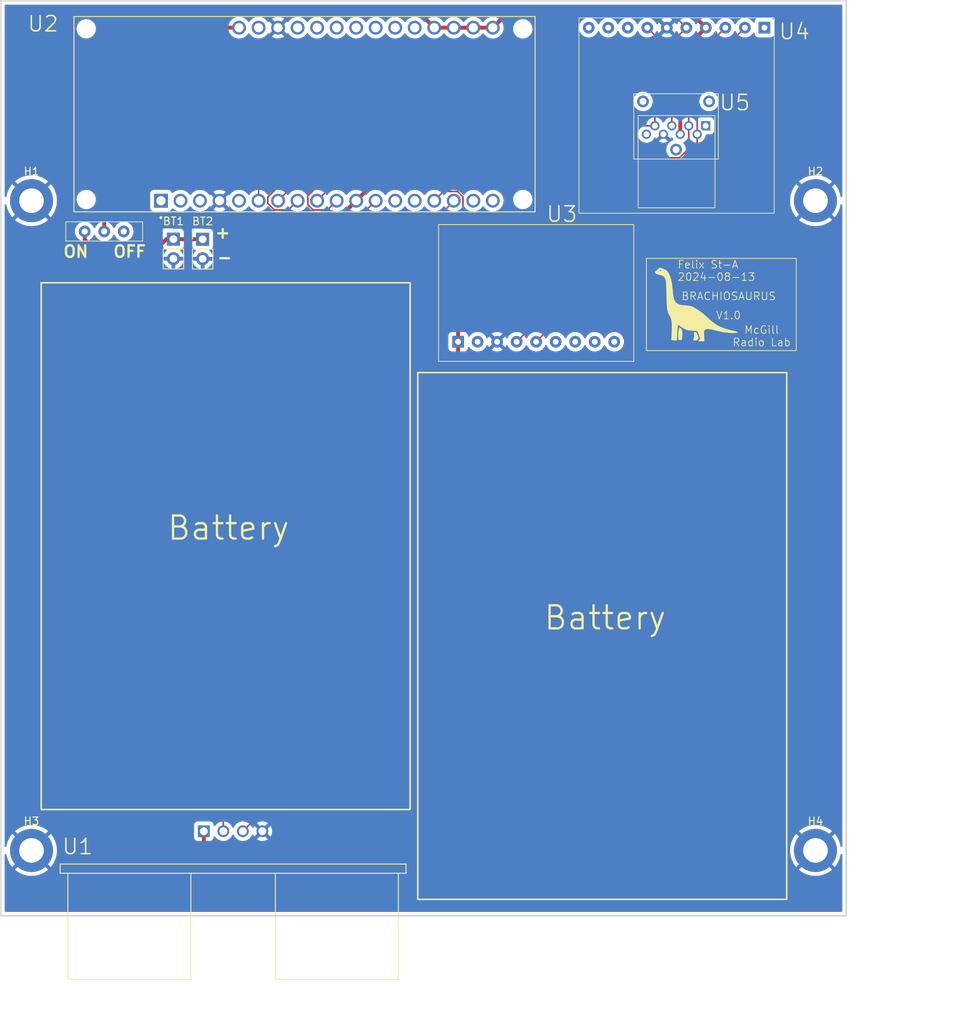
<source format=kicad_pcb>
(kicad_pcb (version 20240108) (generator "pcbnew") (generator_version "8.0")
  (layers (0 "F.Cu" signal) (31 "B.Cu" signal) (34 "B.Paste" user) (35 "F.Paste" user) (36 "B.SilkS" user "B.Silkscreen") (37 "F.SilkS" user "F.Silkscreen") (38 "B.Mask" user) (39 "F.Mask" user) (44 "Edge.Cuts" user))
  (net 0 "")
  (net 1 "Net-(U1-TRIG)")
  (net 2 "Net-(U1-ECHO)")
  (net 3 "Net-(U1-VCC)")
  (net 8 "Net-(U3-SCL)")
  (net 10 "Net-(U3-SDA)")
  (net 11 "/MISO")
  (net 13 "/MOSI")
  (net 15 "/SSD_CS")
  (net 18 "/SCLK")
  (net 23 "GND")
  (net 33 "Net-(SW1-B)")
  (net 36 "Net-(BT1-+)")
  (footprint "Connector_PinHeader_2.54mm:PinHeader_1x02_P2.54mm_Vertical" (layer "F.Cu") (at 112.465 70)
    (property "Reference" "BT1" (at 0 -2.33 0) (layer "F.SilkS"))
    (property "Value" "Battery" (hide yes))
    (fp_line (start -1.33 -1.33) (end 0 -1.33) (stroke (width 0.12)) (layer "F.SilkS"))
    (fp_line (start -1.33 0) (end -1.33 -1.33) (stroke (width 0.12)) (layer "F.SilkS"))
    (fp_line (start -1.33 1.27) (end -1.33 3.87) (stroke (width 0.12)) (layer "F.SilkS"))
    (fp_line (start -1.33 1.27) (end 1.33 1.27) (stroke (width 0.12)) (layer "F.SilkS"))
    (fp_line (start -1.33 3.87) (end 1.33 3.87) (stroke (width 0.12)) (layer "F.SilkS"))
    (fp_line (start 1.33 1.27) (end 1.33 3.87) (stroke (width 0.12)) (layer "F.SilkS"))
    (pad "1" thru_hole rect (at 0 0) (size 1.7 1.7) (drill 1) (layers "*.Cu" "*.Mask") (net 36 "Net-(BT1-+)"))
    (pad "2" thru_hole oval (at 0 2.54) (size 1.7 1.7) (drill 1) (layers "*.Cu" "*.Mask") (net 23 "GND"))
  )
  (footprint "MountingHole:MountingHole_3.2mm_M3_DIN965_Pad" (layer "F.Cu") (at 94 149.5)
    (property "Reference" "H3" (at 0 -3.8 0) (layer "F.SilkS"))
    (property "Value" "MountingHole_Pad" (hide yes))
    (pad "1" thru_hole circle (at 0 0) (size 5.6 5.6) (drill 3.2) (layers "*.Cu" "*.Mask") (net 23 "GND"))
  )
  (footprint "MountingHole:MountingHole_3.2mm_M3_DIN965_Pad" (layer "F.Cu") (at 196 65)
    (property "Reference" "H2" (at 0 -3.8 0) (layer "F.SilkS"))
    (property "Value" "MountingHole_Pad" (hide yes))
    (pad "1" thru_hole circle (at 0 0) (size 5.6 5.6) (drill 3.2) (layers "*.Cu" "*.Mask") (net 23 "GND"))
  )
  (footprint "Connector_PinHeader_2.54mm:PinHeader_1x02_P2.54mm_Vertical" (layer "F.Cu") (at 116.265 70.015)
    (property "Reference" "BT2" (at 0 -2.33 0) (layer "F.SilkS"))
    (property "Value" "Battery" (hide yes))
    (fp_line (start -1.33 -1.33) (end 0 -1.33) (stroke (width 0.12)) (layer "F.SilkS"))
    (fp_line (start -1.33 0) (end -1.33 -1.33) (stroke (width 0.12)) (layer "F.SilkS"))
    (fp_line (start -1.33 1.27) (end -1.33 3.87) (stroke (width 0.12)) (layer "F.SilkS"))
    (fp_line (start -1.33 1.27) (end 1.33 1.27) (stroke (width 0.12)) (layer "F.SilkS"))
    (fp_line (start -1.33 3.87) (end 1.33 3.87) (stroke (width 0.12)) (layer "F.SilkS"))
    (fp_line (start 1.33 1.27) (end 1.33 3.87) (stroke (width 0.12)) (layer "F.SilkS"))
    (pad "1" thru_hole rect (at 0 0) (size 1.7 1.7) (drill 1) (layers "*.Cu" "*.Mask") (net 36 "Net-(BT1-+)"))
    (pad "2" thru_hole oval (at 0 2.54) (size 1.7 1.7) (drill 1) (layers "*.Cu" "*.Mask") (net 23 "GND"))
  )
  (footprint "singing foot:accelerometer" (layer "F.Cu") (at 159.66 77)
    (property "Reference" "U3" (at 3.34 -10.25 0) (layer "F.SilkS") (effects (font (size 2 2) (thickness 0.2))))
    (property "Value" "~" (hide yes))
    (fp_rect (start -12.7 -8.89) (end 12.7 8.89) (stroke (width 0.1)) (fill none) (layer "F.SilkS"))
    (pad "1" thru_hole rect (at -10.16 6.35) (size 1.524 1.524) (drill 0.762) (layers "*.Cu" "*.Mask") (net 3 "Net-(U1-VCC)"))
    (pad "2" thru_hole circle (at -7.62 6.35) (size 1.524 1.524) (drill 0.762) (layers "*.Cu" "*.Mask"))
    (pad "3" thru_hole circle (at -5.08 6.35) (size 1.524 1.524) (drill 0.762) (layers "*.Cu" "*.Mask") (net 23 "GND"))
    (pad "4" thru_hole circle (at -2.54 6.35) (size 1.524 1.524) (drill 0.762) (layers "*.Cu" "*.Mask") (net 8 "Net-(U3-SCL)"))
    (pad "5" thru_hole circle (at 0 6.35) (size 1.524 1.524) (drill 0.762) (layers "*.Cu" "*.Mask") (net 10 "Net-(U3-SDA)"))
    (pad "6" thru_hole circle (at 2.54 6.35) (size 1.524 1.524) (drill 0.762) (layers "*.Cu" "*.Mask"))
    (pad "7" thru_hole circle (at 5.08 6.35) (size 1.524 1.524) (drill 0.762) (layers "*.Cu" "*.Mask"))
    (pad "8" thru_hole circle (at 7.62 6.35) (size 1.524 1.524) (drill 0.762) (layers "*.Cu" "*.Mask"))
    (pad "9" thru_hole circle (at 10.16 6.35) (size 1.524 1.524) (drill 0.762) (layers "*.Cu" "*.Mask"))
  )
  (footprint "singing foot:uSD board" (layer "F.Cu") (at 177.93 53.93 180)
    (property "Reference" "U4" (at -15.32 10.93 0) (layer "F.SilkS") (effects (font (size 2 2) (thickness 0.2))))
    (property "Value" "~" (hide yes))
    (fp_rect (start -5 -12) (end 5 0) (stroke (width 0.1)) (fill none) (layer "F.SilkS"))
    (fp_rect (start -12.7 -12.7) (end 12.7 12.7) (stroke (width 0.1)) (fill none) (layer "F.SilkS"))
    (pad "1" thru_hole rect (at -11.43 11.43 180) (size 1.524 1.524) (drill 0.762) (layers "*.Cu" "*.Mask"))
    (pad "2" thru_hole circle (at -8.89 11.43 180) (size 1.524 1.524) (drill 0.762) (layers "*.Cu" "*.Mask") (net 15 "/SSD_CS"))
    (pad "3" thru_hole circle (at -6.35 11.43 180) (size 1.524 1.524) (drill 0.762) (layers "*.Cu" "*.Mask") (net 13 "/MOSI"))
    (pad "4" thru_hole circle (at -3.81 11.43 180) (size 1.524 1.524) (drill 0.762) (layers "*.Cu" "*.Mask") (net 3 "Net-(U1-VCC)"))
    (pad "5" thru_hole circle (at -1.27 11.43 180) (size 1.524 1.524) (drill 0.762) (layers "*.Cu" "*.Mask") (net 18 "/SCLK"))
    (pad "6" thru_hole circle (at 1.27 11.43 180) (size 1.524 1.524) (drill 0.762) (layers "*.Cu" "*.Mask") (net 23 "GND"))
    (pad "7" thru_hole circle (at 3.81 11.43 180) (size 1.524 1.524) (drill 0.762) (layers "*.Cu" "*.Mask") (net 11 "/MISO"))
    (pad "8" thru_hole circle (at 6.35 11.43 180) (size 1.524 1.524) (drill 0.762) (layers "*.Cu" "*.Mask"))
    (pad "9" thru_hole circle (at 8.89 11.43 180) (size 1.524 1.524) (drill 0.762) (layers "*.Cu" "*.Mask"))
    (pad "10" thru_hole circle (at 11.43 11.43 180) (size 1.524 1.524) (drill 0.762) (layers "*.Cu" "*.Mask"))
  )
  (footprint "singing foot:MODULE_DFR0654" (layer "F.Cu") (at 129.52 53.75 90)
    (property "Reference" "U2" (at 11.75 -34.02 0) (layer "F.SilkS") (effects (font (size 2 2) (thickness 0.2))))
    (property "Value" "DFR0654" (hide yes))
    (fp_line (start 12.7 -30) (end -12.7 -30) (stroke (width 0.127)) (layer "F.SilkS"))
    (fp_line (start 12.7 -30) (end 12.7 30) (stroke (width 0.127)) (layer "F.SilkS"))
    (fp_line (start -12.7 -30) (end -12.7 30) (stroke (width 0.127)) (layer "F.SilkS"))
    (fp_line (start 12.7 30) (end -12.7 30) (stroke (width 0.127)) (layer "F.SilkS"))
    (fp_circle (center -13.45 -18.68) (end -13.35 -18.68) (stroke (width 0.2)) (fill none) (layer "F.SilkS"))
    (pad "" np_thru_hole circle (at -11.1 -28.4 90) (size 2 2) (drill 2) (layers "*.Cu" "*.Mask"))
    (pad "" np_thru_hole circle (at -11.1 28.4 90) (size 2 2) (drill 2) (layers "*.Cu" "*.Mask"))
    (pad "" np_thru_hole circle (at 11.1 -28.4 90) (size 2 2) (drill 2) (layers "*.Cu" "*.Mask"))
    (pad "" np_thru_hole circle (at 11.1 28.4 90) (size 2 2) (drill 2) (layers "*.Cu" "*.Mask"))
    (pad "1" thru_hole rect (at -11.25 -18.68 90) (size 1.8 1.8) (drill 1.2) (layers "*.Cu" "*.Mask"))
    (pad "2" thru_hole circle (at -11.25 -16.14 90) (size 1.8 1.8) (drill 1.2) (layers "*.Cu" "*.Mask"))
    (pad "3" thru_hole circle (at -11.25 -13.6 90) (size 1.8 1.8) (drill 1.2) (layers "*.Cu" "*.Mask"))
    (pad "4" thru_hole circle (at -11.25 -11.06 90) (size 1.8 1.8) (drill 1.2) (layers "*.Cu" "*.Mask") (net 23 "GND"))
    (pad "5" thru_hole circle (at -11.25 -8.52 90) (size 1.8 1.8) (drill 1.2) (layers "*.Cu" "*.Mask"))
    (pad "6" thru_hole circle (at -11.25 -5.98 90) (size 1.8 1.8) (drill 1.2) (layers "*.Cu" "*.Mask") (net 18 "/SCLK"))
    (pad "7" thru_hole circle (at -11.25 -3.44 90) (size 1.8 1.8) (drill 1.2) (layers "*.Cu" "*.Mask") (net 13 "/MOSI"))
    (pad "8" thru_hole circle (at -11.25 -0.9 90) (size 1.8 1.8) (drill 1.2) (layers "*.Cu" "*.Mask") (net 11 "/MISO"))
    (pad "9" thru_hole circle (at -11.25 1.64 90) (size 1.8 1.8) (drill 1.2) (layers "*.Cu" "*.Mask") (net 8 "Net-(U3-SCL)"))
    (pad "10" thru_hole circle (at -11.25 4.18 90) (size 1.8 1.8) (drill 1.2) (layers "*.Cu" "*.Mask") (net 10 "Net-(U3-SDA)"))
    (pad "11" thru_hole circle (at -11.25 6.72 90) (size 1.8 1.8) (drill 1.2) (layers "*.Cu" "*.Mask") (net 3 "Net-(U1-VCC)"))
    (pad "12" thru_hole circle (at -11.25 9.26 90) (size 1.8 1.8) (drill 1.2) (layers "*.Cu" "*.Mask") (net 15 "/SSD_CS"))
    (pad "13" thru_hole circle (at -11.25 11.8 90) (size 1.8 1.8) (drill 1.2) (layers "*.Cu" "*.Mask"))
    (pad "14" thru_hole circle (at -11.25 14.34 90) (size 1.8 1.8) (drill 1.2) (layers "*.Cu" "*.Mask"))
    (pad "15" thru_hole circle (at -11.25 16.88 90) (size 1.8 1.8) (drill 1.2) (layers "*.Cu" "*.Mask") (net 2 "Net-(U1-ECHO)"))
    (pad "16" thru_hole circle (at -11.25 19.42 90) (size 1.8 1.8) (drill 1.2) (layers "*.Cu" "*.Mask") (net 1 "Net-(U1-TRIG)"))
    (pad "17" thru_hole circle (at -11.25 21.96 90) (size 1.8 1.8) (drill 1.2) (layers "*.Cu" "*.Mask"))
    (pad "18" thru_hole circle (at -11.25 24.5 90) (size 1.8 1.8) (drill 1.2) (layers "*.Cu" "*.Mask"))
    (pad "19" thru_hole circle (at 11.25 24.5 90) (size 1.8 1.8) (drill 1.2) (layers "*.Cu" "*.Mask") (net 3 "Net-(U1-VCC)"))
    (pad "20" thru_hole circle (at 11.25 21.96 90) (size 1.8 1.8) (drill 1.2) (layers "*.Cu" "*.Mask") (net 3 "Net-(U1-VCC)"))
    (pad "21" thru_hole circle (at 11.25 19.42 90) (size 1.8 1.8) (drill 1.2) (layers "*.Cu" "*.Mask") (net 3 "Net-(U1-VCC)"))
    (pad "22" thru_hole circle (at 11.25 16.88 90) (size 1.8 1.8) (drill 1.2) (layers "*.Cu" "*.Mask") (net 3 "Net-(U1-VCC)"))
    (pad "23" thru_hole circle (at 11.25 14.34 90) (size 1.8 1.8) (drill 1.2) (layers "*.Cu" "*.Mask"))
    (pad "24" thru_hole circle (at 11.25 11.8 90) (size 1.8 1.8) (drill 1.2) (layers "*.Cu" "*.Mask"))
    (pad "25" thru_hole circle (at 11.25 9.26 90) (size 1.8 1.8) (drill 1.2) (layers "*.Cu" "*.Mask"))
    (pad "26" thru_hole circle (at 11.25 6.72 90) (size 1.8 1.8) (drill 1.2) (layers "*.Cu" "*.Mask"))
    (pad "27" thru_hole circle (at 11.25 4.18 90) (size 1.8 1.8) (drill 1.2) (layers "*.Cu" "*.Mask"))
    (pad "28" thru_hole circle (at 11.25 1.64 90) (size 1.8 1.8) (drill 1.2) (layers "*.Cu" "*.Mask"))
    (pad "29" thru_hole circle (at 11.25 -0.9 90) (size 1.8 1.8) (drill 1.2) (layers "*.Cu" "*.Mask"))
    (pad "30" thru_hole circle (at 11.25 -3.44 90) (size 1.8 1.8) (drill 1.2) (layers "*.Cu" "*.Mask") (net 23 "GND"))
    (pad "31" thru_hole circle (at 11.25 -5.98 90) (size 1.8 1.8) (drill 1.2) (layers "*.Cu" "*.Mask"))
    (pad "32" thru_hole circle (at 11.25 -8.52 90) (size 1.8 1.8) (drill 1.2) (layers "*.Cu" "*.Mask") (net 33 "Net-(SW1-B)"))
  )
  (footprint "MountingHole:MountingHole_3.2mm_M3_DIN965_Pad" (layer "F.Cu") (at 94 65)
    (property "Reference" "H1" (at 0 -3.8 0) (layer "F.SilkS"))
    (property "Value" "MountingHole_Pad" (hide yes))
    (pad "1" thru_hole circle (at 0 0) (size 5.6 5.6) (drill 3.2) (layers "*.Cu" "*.Mask") (net 23 "GND"))
  )
  (footprint "singing foot:XCVR_HC-SR04" (layer "F.Cu") (at 120.23 147)
    (property "Reference" "U1" (at -20.23 2 0) (layer "F.SilkS") (effects (font (size 2 2) (thickness 0.2))))
    (property "Value" "HC-SR04" (hide yes))
    (fp_line (start -22.5 4.27) (end 22.5 4.27) (stroke (width 0.127)) (layer "F.SilkS"))
    (fp_line (start -22.5 5.47) (end -22.5 4.27) (stroke (width 0.127)) (layer "F.SilkS"))
    (fp_line (start -21.5 5.47) (end -22.5 5.47) (stroke (width 0.127)) (layer "F.SilkS"))
    (fp_line (start -21.5 5.47) (end -21.5 19.27) (stroke (width 0.127)) (layer "F.SilkS"))
    (fp_line (start -21.5 19.27) (end -5.5 19.27) (stroke (width 0.127)) (layer "F.SilkS"))
    (fp_line (start -5.5 5.47) (end -21.5 5.47) (stroke (width 0.127)) (layer "F.SilkS"))
    (fp_line (start -5.5 5.47) (end -5.5 19.27) (stroke (width 0.127)) (layer "F.SilkS"))
    (fp_line (start 5.5 5.47) (end -5.5 5.47) (stroke (width 0.127)) (layer "F.SilkS"))
    (fp_line (start 5.5 5.47) (end 5.5 19.27) (stroke (width 0.127)) (layer "F.SilkS"))
    (fp_line (start 5.5 19.27) (end 21.5 19.27) (stroke (width 0.127)) (layer "F.SilkS"))
    (fp_line (start 21.5 5.47) (end 5.5 5.47) (stroke (width 0.127)) (layer "F.SilkS"))
    (fp_line (start 21.5 5.47) (end 21.5 19.27) (stroke (width 0.127)) (layer "F.SilkS"))
    (fp_line (start 22.5 4.27) (end 22.5 5.47) (stroke (width 0.127)) (layer "F.SilkS"))
    (fp_line (start 22.5 5.47) (end 21.5 5.47) (stroke (width 0.127)) (layer "F.SilkS"))
    (pad "1" thru_hole rect (at -3.81 0) (size 1.53 1.53) (drill 1.02) (layers "*.Cu" "*.Mask") (net 3 "Net-(U1-VCC)"))
    (pad "2" thru_hole circle (at -1.27 0) (size 1.53 1.53) (drill 1.02) (layers "*.Cu" "*.Mask") (net 1 "Net-(U1-TRIG)"))
    (pad "3" thru_hole circle (at 1.27 0) (size 1.53 1.53) (drill 1.02) (layers "*.Cu" "*.Mask") (net 2 "Net-(U1-ECHO)"))
    (pad "4" thru_hole circle (at 3.81 0) (size 1.53 1.53) (drill 1.02) (layers "*.Cu" "*.Mask") (net 23 "GND"))
  )
  (footprint "MountingHole:MountingHole_3.2mm_M3_DIN965_Pad" (layer "F.Cu") (at 196 149.5)
    (property "Reference" "H4" (at 0 -3.8 0) (layer "F.SilkS"))
    (property "Value" "MountingHole_Pad" (hide yes))
    (pad "1" thru_hole circle (at 0 0) (size 5.6 5.6) (drill 3.2) (layers "*.Cu" "*.Mask") (net 23 "GND"))
  )
  (footprint "singing foot:small_brachi" (layer "F.Cu") (at 180.5 78.5)
    (property "Reference" "G***" (hide yes))
    (property "Value" "LOGO" (hide yes))
    (fp_poly (pts (xy -2.179575 2.975739) (xy -2.075466 3.047072) (xy -2.048968 3.066464) (xy -1.929661 3.196215) (xy -1.855269 3.385284) (xy -1.822709 3.650108) (xy -1.828902 4.007124) (xy -1.841165 4.175014) (xy -1.879088 4.62364) (xy -2.10457 4.62364) (xy -2.330053 4.62364) (xy -2.368993 4.278368) (xy -2.374791 3.916444) (xy -2.322484 3.493244) (xy -2.314851 3.452718) (xy -2.271831 3.228786) (xy -2.239342 3.056035) (xy -2.222802 2.963406) (xy -2.22176 2.955531)) (fill solid) (layer "F.SilkS"))
    (fp_poly (pts (xy -0.139 3.603718) (xy -0.040579 3.616615) (xy 0.03143 3.671419) (xy 0.099509 3.794159) (xy 0.16513 3.955839) (xy 0.248511 4.180985) (xy 0.287907 4.326859) (xy 0.284976 4.425271) (xy 0.241381 4.508029) (xy 0.19682 4.562907) (xy 0.064462 4.65323) (xy -0.142234 4.683526) (xy -0.163464 4.683688) (xy -0.319981 4.676606) (xy -0.410978 4.658785) (xy -0.420331 4.649716) (xy -0.394539 4.576553) (xy -0.348555 4.484586) (xy -0.311949 4.353489) (xy -0.292477 4.150721) (xy -0.292401 3.978132) (xy -0.308023 3.602837)) (fill solid) (layer "F.SilkS"))
    (fp_poly (pts (xy -4.522341 -4.735148) (xy -4.490087 -4.721017) (xy -4.292407 -4.634026) (xy -4.084288 -4.546989) (xy -4.076119 -4.543693) (xy -3.821391 -4.379928) (xy -3.602215 -4.107279) (xy -3.418114 -3.724464) (xy -3.268613 -3.230199) (xy -3.153236 -2.623203) (xy -3.071508 -1.902194) (xy -3.064577 -1.816189) (xy -3.025325 -1.380576) (xy -2.979853 -1.043265) (xy -2.921973 -0.782461) (xy -2.845493 -0.576371) (xy -2.744224 -0.403202) (xy -2.619565 -0.249496) (xy -2.483482 -0.122834) (xy -2.325726 -0.03262) (xy -2.120894 0.029157) (xy -1.843583 0.070509) (xy -1.52379 0.096094) (xy -1.106961 0.134071) (xy -0.766788 0.19864) (xy -0.460501 0.303773) (xy -0.145327 0.463439) (xy 0.14315 0.640598) (xy 0.42829 0.831654) (xy 0.695482 1.02798) (xy 0.968013 1.248692) (xy 1.269167 1.512908) (xy 1.622233 1.839745) (xy 1.742737 1.953797) (xy 2.18666 2.335932) (xy 2.65339 2.653799) (xy 3.163787 2.917257) (xy 3.738708 3.136165) (xy 4.399012 3.320384) (xy 4.838328 3.417046) (xy 5.138077 3.486539) (xy 5.320233 3.549637) (xy 5.384192 3.605915) (xy 5.329351 3.654947) (xy 5.218953 3.684932) (xy 4.846593 3.72442) (xy 4.38569 3.71596) (xy 3.856748 3.661922) (xy 3.28027 3.564679) (xy 2.676757 3.426598) (xy 2.446294 3.364391) (xy 1.985494 3.249075) (xy 1.622887 3.192736) (xy 1.351093 3.197109) (xy 1.162731 3.26393) (xy 1.050419 3.394934) (xy 1.006776 3.591855) (xy 1.007583 3.702614) (xy 1.019045 3.927722) (xy 1.030822 4.200778) (xy 1.037607 4.383451) (xy 1.050827 4.773758) (xy 0.645508 4.791514) (xy 0.415249 4.792866) (xy 0.275803 4.774383) (xy 0.240189 4.746987) (xy 0.285727 4.66981) (xy 0.360283 4.609705) (xy 0.446474 4.527682) (xy 0.472814 4.411374) (xy 0.438446 4.23841) (xy 0.342512 3.98642) (xy 0.335778 3.970629) (xy 0.253119 3.77348) (xy 0.187955 3.610735) (xy 0.160199 3.534757) (xy 0.125113 3.488437) (xy 0.04054 3.45614) (xy -0.114242 3.433972) (xy -0.359955 3.41804) (xy -0.490828 3.412444) (xy -0.931714 3.374915) (xy -1.297835 3.291121) (xy -1.630224 3.146629) (xy -1.969913 2.927003) (xy -2.057139 2.861467) (xy -2.212369 2.745129) (xy -2.325589 2.665584) (xy -2.367054 2.64208) (xy -2.386866 2.6996) (xy -2.410117 2.862244) (xy -2.435413 3.11514) (xy -2.461359 3.443416) (xy -2.486559 3.832197) (xy -2.498246 4.040905) (xy -2.532756 4.689139) (xy -2.902667 4.671401) (xy -3.105162 4.658702) (xy -3.214217 4.636958) (xy -3.256432 4.593574) (xy -3.258411 4.515955) (xy -3.257188 4.503546) (xy -3.249821 4.394621) (xy -3.239287 4.189343) (xy -3.226675 3.911377) (xy -3.213077 3.58439) (xy -3.203744 3.344007) (xy -3.192472 2.842611) (xy -3.202984 2.438451) (xy -3.23876 2.110071) (xy -3.303279 1.836014) (xy -3.400019 1.594825) (xy -3.522035 1.381087) (xy -3.609788 1.231374) (xy -3.681487 1.071695) (xy -3.739111 0.887734) (xy -3.784643 0.665174) (xy -3.82006 0.389698) (xy -3.847344 0.04699) (xy -3.868475 -0.377268) (xy -3.885432 -0.897391) (xy -3.895766 -1.321041) (xy -3.907362 -1.829806) (xy -3.917916 -2.233512) (xy -3.928792 -2.547169) (xy -3.941356 -2.785788) (xy -3.956974 -2.96438) (xy -3.977011 -3.097955) (xy -4.002832 -3.201525) (xy -4.035803 -3.2901) (xy -4.07729 -3.378691) (xy -4.084214 -3.392672) (xy -4.157199 -3.530591) (xy -4.231156 -3.629534) (xy -4.330037 -3.703406) (xy -4.477793 -3.766108) (xy -4.698374 -3.831544) (xy -4.955054 -3.898181) (xy -5.210089 -3.984423) (xy -5.351895 -4.086915) (xy -5.386843 -4.211004) (xy -5.377544 -4.252921) (xy -5.312492 -4.355679) (xy -5.251889 -4.383452) (xy -5.21166 -4.403765) (xy -4.776671 -4.403765) (xy -4.731488 -4.336537) (xy -4.683688 -4.323405) (xy -4.60539 -4.366637) (xy -4.596182 -4.379303) (xy -4.600082 -4.450486) (xy -4.672271 -4.488515) (xy -4.744715 -4.472917) (xy -4.776671 -4.403765) (xy -5.21166 -4.403765) (xy -5.163405 -4.428131) (xy -5.054114 -4.53813) (xy -5.034924 -4.56299) (xy -4.878988 -4.726485) (xy -4.717996 -4.781009)) (fill solid) (layer "F.SilkS"))
  )
  (footprint "singing foot:uSD mount (up)" (layer "F.Cu") (at 177.86 52.09 180)
    (property "Reference" "U5" (at -7.64 -0.16 0) (layer "F.SilkS") (effects (font (size 2 2) (thickness 0.2))))
    (property "Value" "~" (hide yes))
    (fp_rect (start -5.5 1) (end 5.5 -7.5) (stroke (width 0.1)) (fill none) (layer "F.SilkS"))
    (pad "" thru_hole circle (at -4.3 0 180) (size 1.524 1.524) (drill 0.9) (layers "*.Cu" "*.Mask"))
    (pad "" thru_hole circle (at 0 -6.27 180) (size 1.524 1.524) (drill 0.9) (layers "*.Cu" "*.Mask"))
    (pad "" thru_hole circle (at 4.3 0 180) (size 1.524 1.524) (drill 0.9) (layers "*.Cu" "*.Mask"))
    (pad "1" thru_hole roundrect (at -3.85 -3.17 180) (size 1.2 1.2) (drill 0.762) (layers "*.Cu" "*.Mask") (roundrect_rratio 0) (chamfer_ratio 0.2) (chamfer top_right))
    (pad "2" thru_hole circle (at -2.75 -4.27 180) (size 1.2 1.2) (drill 0.762) (layers "*.Cu" "*.Mask") (net 15 "/SSD_CS"))
    (pad "3" thru_hole circle (at -1.65 -3.17 180) (size 1.2 1.2) (drill 0.762) (layers "*.Cu" "*.Mask") (net 13 "/MOSI"))
    (pad "4" thru_hole circle (at -0.55 -4.27 180) (size 1.2 1.2) (drill 0.762) (layers "*.Cu" "*.Mask") (net 3 "Net-(U1-VCC)"))
    (pad "5" thru_hole circle (at 0.55 -3.17 180) (size 1.2 1.2) (drill 0.762) (layers "*.Cu" "*.Mask") (net 18 "/SCLK"))
    (pad "6" thru_hole circle (at 1.65 -4.27 180) (size 1.2 1.2) (drill 0.762) (layers "*.Cu" "*.Mask") (net 23 "GND"))
    (pad "7" thru_hole circle (at 2.75 -3.17 180) (size 1.2 1.2) (drill 0.762) (layers "*.Cu" "*.Mask") (net 11 "/MISO"))
    (pad "8" thru_hole circle (at 3.85 -4.27 180) (size 1.2 1.2) (drill 0.762) (layers "*.Cu" "*.Mask"))
  )
  (footprint "singing foot:switch_sp" (layer "F.Cu") (at 103.46 69)
    (property "Reference" "SW1" (hide yes))
    (property "Value" "SW_SPDT_312" (hide yes))
    (fp_rect (start -5 -1.25) (end 5 1.25) (stroke (width 0.1)) (fill none) (layer "F.SilkS"))
    (pad "1" thru_hole circle (at 0 0) (size 1.524 1.524) (drill 0.8) (layers "*.Cu" "*.Mask") (net 33 "Net-(SW1-B)"))
    (pad "2" thru_hole circle (at -2.54 0) (size 1.524 1.524) (drill 0.8) (layers "*.Cu" "*.Mask") (net 36 "Net-(BT1-+)"))
    (pad "3" thru_hole circle (at 2.54 0) (size 1.524 1.524) (drill 0.8) (layers "*.Cu" "*.Mask"))
  )
  (gr_rect (start 95.26 75.68) (end 143.26 144.18) (stroke (width 0.2)) (fill none) (layer "F.SilkS"))
  (gr_rect (start 144.26 87.36) (end 192.26 155.86) (stroke (width 0.2)) (fill none) (layer "F.SilkS"))
  (gr_rect (start 174 72.5) (end 193.5 84.5) (stroke (width 0.1)) (fill none) (layer "F.SilkS"))
  (gr_rect (start 90 39) (end 200 158) (stroke (width 0.2)) (fill none) (layer "Edge.Cuts"))
  (gr_text "V1.0" (at 183 80.5 0) (layer "F.SilkS") (effects (font (size 1 1) (thickness 0.1)) (justify left bottom)))
  (gr_text "-" (at 118 73.25 0) (layer "F.SilkS") (effects (font (size 1.5 1.5) (thickness 0.3) (bold yes)) (justify left bottom)))
  (gr_text "ON" (at 98 72.5 0) (layer "F.SilkS") (effects (font (size 1.5 1.5) (thickness 0.3) (bold yes)) (justify left bottom)))
  (gr_text "Felix St-A\n2024-08-13" (at 178 75.5 0) (layer "F.SilkS") (effects (font (size 1 1) (thickness 0.1)) (justify left bottom)))
  (gr_text "Battery" (at 111.5 109.32 0) (layer "F.SilkS") (effects (font (size 3 3) (thickness 0.3) (bold yes)) (justify left bottom)))
  (gr_text "McGill\nRadio Lab" (at 189 84 0) (layer "F.SilkS") (effects (font (size 1 1) (thickness 0.1)) (justify bottom)))
  (gr_text "OFF" (at 104.5 72.5 0) (layer "F.SilkS") (effects (font (size 1.5 1.5) (thickness 0.3) (bold yes)) (justify left bottom)))
  (gr_text "Battery" (at 160.5 121 0) (layer "F.SilkS") (effects (font (size 3 3) (thickness 0.3) (bold yes)) (justify left bottom)))
  (gr_text "BRACHIOSAURUS" (at 178.5 78 0) (layer "F.SilkS") (effects (font (size 1 1) (thickness 0.1)) (justify left bottom)))
  (gr_text "+" (at 117.75 70.02 0) (layer "F.SilkS") (effects (font (size 1.5 1.5) (thickness 0.3) (bold yes)) (justify left bottom)))
  (segment (start 118.96 95.04) (end 148.94 65.06) (width 0.2) (layer "F.Cu") (net 1))
  (segment (start 118.96 147) (end 118.96 95.04) (width 0.2) (layer "F.Cu") (net 1))
  (segment (start 148.94 65.06) (end 148.94 65) (width 0.2) (layer "F.Cu") (net 1))
  (segment (start 147.6 63.8) (end 146.9 64.5) (width 0.2) (layer "F.Cu") (net 2))
  (segment (start 150.14 69.36) (end 150.14 64.502943) (width 0.2) (layer "F.Cu") (net 2))
  (segment (start 149.437057 63.8) (end 147.6 63.8) (width 0.2) (layer "F.Cu") (net 2))
  (segment (start 150.14 64.502943) (end 149.437057 63.8) (width 0.2) (layer "F.Cu") (net 2))
  (segment (start 141 127.5) (end 141 78.5) (width 0.2) (layer "F.Cu") (net 2))
  (segment (start 141 78.5) (end 150.14 69.36) (width 0.2) (layer "F.Cu") (net 2))
  (segment (start 121.5 147) (end 141 127.5) (width 0.2) (layer "F.Cu") (net 2))
  (segment (start 138.49 62.75) (end 154.78 62.75) (width 0.508) (layer "F.Cu") (net 3))
  (segment (start 144.09 40.19) (end 107.72 40.19) (width 0.508) (layer "F.Cu") (net 3))
  (segment (start 181.74 42.5) (end 178.41 45.83) (width 0.508) (layer "F.Cu") (net 3))
  (segment (start 126.51 149.62) (end 117.69 149.62) (width 0.508) (layer "F.Cu") (net 3))
  (segment (start 154.78 62.75) (end 155.87 63.84) (width 0.508) (layer "F.Cu") (net 3))
  (segment (start 101.14 77.31) (end 123.93 77.31) (width 0.508) (layer "F.Cu") (net 3))
  (segment (start 146.4 42.5) (end 144.09 40.19) (width 0.508) (layer "F.Cu") (net 3))
  (segment (start 136.24 65) (end 138.49 62.75) (width 0.508) (layer "F.Cu") (net 3))
  (segment (start 116.42 148.35) (end 116.42 147) (width 0.508) (layer "F.Cu") (net 3))
  (segment (start 107.72 40.19) (end 98 49.91) (width 0.508) (layer "F.Cu") (net 3))
  (segment (start 149.5 126.63) (end 126.51 149.62) (width 0.508) (layer "F.Cu") (net 3))
  (segment (start 98 74.17) (end 101.14 77.31) (width 0.508) (layer "F.Cu") (net 3))
  (segment (start 123.93 77.31) (end 136.24 65) (width 0.508) (layer "F.Cu") (net 3))
  (segment (start 149.5 74.54) (end 149.5 83.35) (width 0.508) (layer "F.Cu") (net 3))
  (segment (start 154.02 42.5) (end 146.4 42.5) (width 0.508) (layer "F.Cu") (net 3))
  (segment (start 155.87 68.17) (end 149.5 74.54) (width 0.508) (layer "F.Cu") (net 3))
  (segment (start 149.5 83.35) (end 149.5 126.63) (width 0.508) (layer "F.Cu") (net 3))
  (segment (start 117.69 149.62) (end 116.42 148.35) (width 0.508) (layer "F.Cu") (net 3))
  (segment (start 178.41 45.83) (end 178.41 56.36) (width 0.508) (layer "F.Cu") (net 3))
  (segment (start 154.02 42.5) (end 156.48 40.04) (width 0.508) (layer "F.Cu") (net 3))
  (segment (start 156.48 40.04) (end 179.28 40.04) (width 0.508) (layer "F.Cu") (net 3))
  (segment (start 155.87 63.84) (end 155.87 68.17) (width 0.508) (layer "F.Cu") (net 3))
  (segment (start 98 49.91) (end 98 74.17) (width 0.508) (layer "F.Cu") (net 3))
  (segment (start 179.28 40.04) (end 181.74 42.5) (width 0.508) (layer "F.Cu") (net 3))
  (segment (start 159.74 80.73) (end 159.74 63.59) (width 0.2032) (layer "F.Cu") (net 8))
  (segment (start 159.74 63.59) (end 157.76 61.61) (width 0.2032) (layer "F.Cu") (net 8))
  (segment (start 157.76 61.61) (end 134.55 61.61) (width 0.2032) (layer "F.Cu") (net 8))
  (segment (start 157.12 83.35) (end 159.74 80.73) (width 0.2032) (layer "F.Cu") (net 8))
  (segment (start 134.55 61.61) (end 131.16 65) (width 0.2032) (layer "F.Cu") (net 8))
  (segment (start 133.7 65) (end 132.4984 66.2016) (width 0.2032) (layer "F.Cu") (net 10))
  (segment (start 129.9584 64.36548) (end 133.59388 60.73) (width 0.2032) (layer "F.Cu") (net 10))
  (segment (start 161.67 62.66) (end 161.67 81.34) (width 0.2032) (layer "F.Cu") (net 10))
  (segment (start 130.6416 66.2016) (end 129.9584 65.5184) (width 0.2032) (layer "F.Cu") (net 10))
  (segment (start 133.59388 60.73) (end 159.74 60.73) (width 0.2032) (layer "F.Cu") (net 10))
  (segment (start 132.4984 66.2016) (end 130.6416 66.2016) (width 0.2032) (layer "F.Cu") (net 10))
  (segment (start 159.74 60.73) (end 161.67 62.66) (width 0.2032) (layer "F.Cu") (net 10))
  (segment (start 129.9584 65.5184) (end 129.9584 64.36548) (width 0.2032) (layer "F.Cu") (net 10))
  (segment (start 161.67 81.34) (end 159.66 83.35) (width 0.2032) (layer "F.Cu") (net 10))
  (segment (start 174.12 42.5) (end 175.11 43.49) (width 0.2) (layer "F.Cu") (net 11))
  (segment (start 127.4184 66.2016) (end 125.58228 66.2016) (width 0.2032) (layer "F.Cu") (net 11))
  (segment (start 128.62 65) (end 127.4184 66.2016) (width 0.2032) (layer "F.Cu") (net 11))
  (segment (start 124.7416 65.36092) (end 124.7416 64.5384) (width 0.2032) (layer "F.Cu") (net 11))
  (segment (start 175.11 43.49) (end 175.11 55.26) (width 0.2) (layer "F.Cu") (net 11))
  (segment (start 134.02 55.26) (end 175.11 55.26) (width 0.2032) (layer "F.Cu") (net 11))
  (segment (start 125.58228 66.2016) (end 124.7416 65.36092) (width 0.2032) (layer "F.Cu") (net 11))
  (segment (start 124.7416 64.5384) (end 134.02 55.26) (width 0.2032) (layer "F.Cu") (net 11))
  (segment (start 179.51 47.27) (end 184.28 42.5) (width 0.2032) (layer "F.Cu") (net 13))
  (segment (start 131.6564 59.4236) (end 178.300558 59.4236) (width 0.2032) (layer "F.Cu") (net 13))
  (segment (start 126.08 65) (end 131.6564 59.4236) (width 0.2032) (layer "F.Cu") (net 13))
  (segment (start 179.51 58.214158) (end 179.51 55.26) (width 0.2032) (layer "F.Cu") (net 13))
  (segment (start 178.300558 59.4236) (end 179.51 58.214158) (width 0.2032) (layer "F.Cu") (net 13))
  (segment (start 179.51 55.26) (end 179.51 47.27) (width 0.2032) (layer "F.Cu") (net 13))
  (segment (start 182.41 46.91) (end 180.61 48.71) (width 0.2) (layer "F.Cu") (net 15))
  (segment (start 101.08 146.34) (end 106.97 152.23) (width 0.2) (layer "F.Cu") (net 15))
  (segment (start 138.78 65) (end 101.08 102.7) (width 0.2) (layer "F.Cu") (net 15))
  (segment (start 180.61 48.71) (end 180.61 56.36) (width 0.2) (layer "F.Cu") (net 15))
  (segment (start 101.08 102.7) (end 101.08 146.34) (width 0.2) (layer "F.Cu") (net 15))
  (segment (start 106.97 152.23) (end 134.63 152.23) (width 0.2) (layer "F.Cu") (net 15))
  (segment (start 180.61 106.25) (end 180.61 56.36) (width 0.2) (layer "F.Cu") (net 15))
  (segment (start 182.41 46.91) (end 186.82 42.5) (width 0.2) (layer "F.Cu") (net 15))
  (segment (start 134.63 152.23) (end 180.61 106.25) (width 0.2) (layer "F.Cu") (net 15))
  (segment (start 165.05 40.9) (end 177.6 40.9) (width 0.2032) (layer "F.Cu") (net 18))
  (segment (start 160.51 45.44) (end 165.05 40.9) (width 0.2032) (layer "F.Cu") (net 18))
  (segment (start 177.6 40.9) (end 179.2 42.5) (width 0.2032) (layer "F.Cu") (net 18))
  (segment (start 123.54 65) (end 123.54 48.98) (width 0.2032) (layer "F.Cu") (net 18))
  (segment (start 179.2 42.5) (end 177.31 44.39) (width 0.2032) (layer "F.Cu") (net 18))
  (segment (start 177.31 44.39) (end 177.31 55.26) (width 0.2032) (layer "F.Cu") (net 18))
  (segment (start 127.08 45.44) (end 160.51 45.44) (width 0.2032) (layer "F.Cu") (net 18))
  (segment (start 123.54 48.98) (end 127.08 45.44) (width 0.2032) (layer "F.Cu") (net 18))
  (segment (start 176.66 42.5) (end 176.21 42.95) (width 0.2) (layer "F.Cu") (net 23))
  (segment (start 121 42.5) (end 110 42.5) (width 0.508) (layer "F.Cu") (net 33))
  (segment (start 110 42.5) (end 103.46 49.04) (width 0.508) (layer "F.Cu") (net 33))
  (segment (start 103.46 49.04) (end 103.46 69) (width 0.508) (layer "F.Cu") (net 33))
  (segment (start 102.53 71.67) (end 109.885 71.67) (width 0.508) (layer "F.Cu") (net 36))
  (segment (start 112.465 70) (end 116.25 70) (width 0.508) (layer "F.Cu") (net 36))
  (segment (start 109.885 71.67) (end 111.555 70) (width 0.508) (layer "F.Cu") (net 36))
  (segment (start 116.25 70) (end 116.265 70.015) (width 0.508) (layer "F.Cu") (net 36))
  (segment (start 100.92 69) (end 100.92 70.06) (width 0.508) (layer "F.Cu") (net 36))
  (segment (start 111.555 70) (end 112.465 70) (width 0.508) (layer "F.Cu") (net 36))
  (segment (start 100.92 70.06) (end 102.53 71.67) (width 0.508) (layer "F.Cu") (net 36))
  (zone (net 23) (net_name "GND") (layer "B.Cu") (connect_pads (clearance 0.5)) (min_thickness 0.25) (fill yes (thermal_gap 0.5) (thermal_bridge_width 0.5))
    (polygon (pts (xy 90.02 39.03) (xy 90.02 158) (xy 200 158.01) (xy 200.01 39)))
  )
)
</source>
